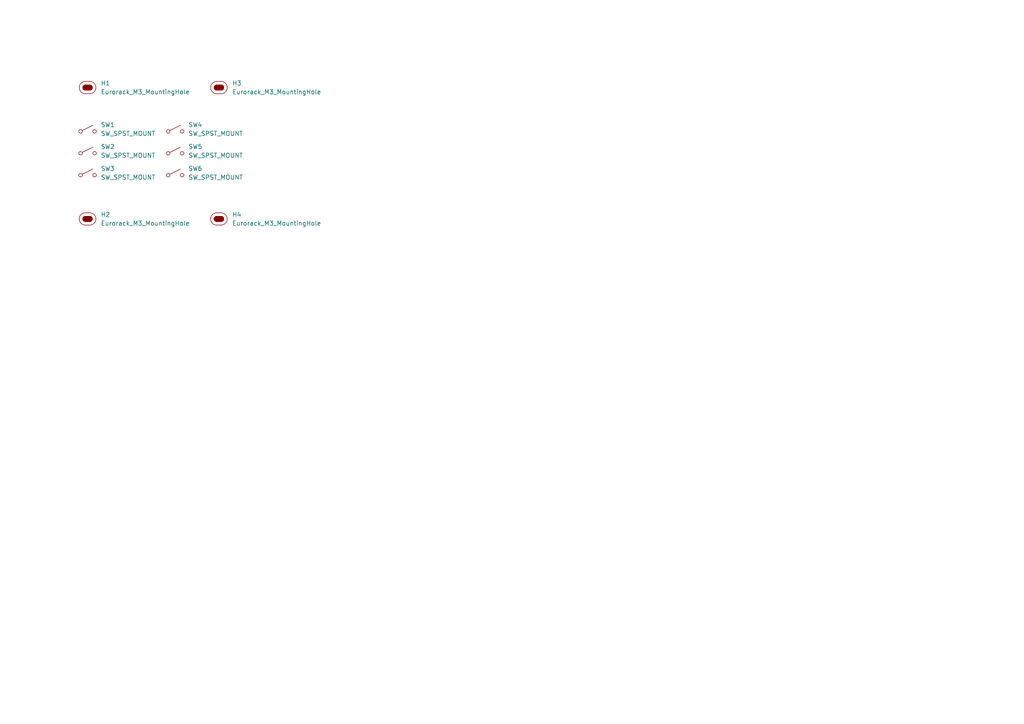
<source format=kicad_sch>
(kicad_sch (version 20250114) (generator "eeschema") (generator_version "9.0")
  (paper "A4")
  (lib_symbols
    (symbol "EXC:Eurorack_M3_MountingHole" (pin_names (offset 1.016))
      (property "Reference" "H" (at 0 5.08 0))
      (property "Value" "Eurorack_M3_MountingHole" (at 0 3.175 0))
      (symbol "Eurorack_M3_MountingHole_0_1"
        (polyline (pts (xy -0.635 0.762) (xy 0.635 0.762)))
        (circle (center -0.635 0) (radius 0.762) (fill (type outline)))
        (arc (start -0.635 -0.762) (mid -1.397 0) (end -0.635 0.762))
        (arc (start -0.635 -1.778) (mid -2.413 0) (end -0.635 1.778))
        (polyline (pts (xy -0.635 -0.762) (xy 0.635 -0.762)))
        (polyline (pts (xy -0.635 -1.778) (xy 0.635 -1.778)))
        (circle (center 0 0) (radius 0.762) (fill (type outline)))
        (polyline (pts (xy 0.635 1.778) (xy -0.635 1.778)))
        (arc (start 0.6141 1.778) (mid 2.4131 0) (end 0.6141 -1.778))
        (arc (start 0.6227 0.762) (mid 1.3971 0) (end 0.6227 -0.762))
        (circle (center 0.635 0) (radius 0.762) (fill (type outline)))
      )
    )
    (symbol "EXC:SW_SPST-Cherry_Panel_Mount" (pin_names (offset 0) (hide yes))
      (property "Reference" "SW" (at 0 3.175 0))
      (property "Value" "SW_SPST_MOUNT" (at 0 -2.032 0))
      (symbol "SW_SPST-Cherry_Panel_Mount_0_0"
        (circle (center -2.032 0) (radius 0.508))
        (polyline (pts (xy -1.524 0.254) (xy 1.524 1.778)))
        (circle (center 2.032 0) (radius 0.508))
      )
    )
  )
  (symbol (lib_id "EXC:SW_SPST-Cherry_Panel_Mount") (at 25.4 50.8 0) (unit 1)
    (property "Reference" "SW3" (at 29.21 48.8949 0) (effects (justify left)))
    (property "Value" "SW_SPST_MOUNT" (at 29.21 51.4349 0) (effects (justify left)))
    (property "Footprint" "EXC:SW_Cherry_MX_1.00u_Mount" (effects (hide yes)))
    (property "Datasheet" "https://hirosarts.com/blog/keycap-dimensions-guide-for-beginners/" (effects (hide yes)))
    (property "Description" "Single Pole Single Throw (SPST) panel-mount switch" (effects (hide yes)))
    (property "Source" "https://www.adafruit.com/product/4954" (effects (hide yes)))
  )
  (symbol (lib_id "EXC:Eurorack_M3_MountingHole") (at 63.5 25.4 0) (unit 1)
    (property "Reference" "H3" (at 67.31 24.1299 0) (effects (justify left)))
    (property "Value" "Eurorack_M3_MountingHole" (at 67.31 26.6699 0) (effects (justify left)))
    (property "Footprint" "EXC:MountingHole_3.2mm_M3" (effects (hide yes)))
    (property "Description" "Mounting Hole without connection" (effects (hide yes)))
  )
  (symbol (lib_id "EXC:Eurorack_M3_MountingHole") (at 63.5 63.5 0) (unit 1)
    (property "Reference" "H4" (at 67.31 62.2299 0) (effects (justify left)))
    (property "Value" "Eurorack_M3_MountingHole" (at 67.31 64.7699 0) (effects (justify left)))
    (property "Footprint" "EXC:MountingHole_3.2mm_M3" (effects (hide yes)))
    (property "Description" "Mounting Hole without connection" (effects (hide yes)))
  )
  (symbol (lib_id "EXC:Eurorack_M3_MountingHole") (at 25.4 25.4 0) (unit 1)
    (property "Reference" "H1" (at 29.21 24.1299 0) (effects (justify left)))
    (property "Value" "Eurorack_M3_MountingHole" (at 29.21 26.6699 0) (effects (justify left)))
    (property "Footprint" "EXC:MountingHole_3.2mm_M3" (effects (hide yes)))
    (property "Description" "Mounting Hole without connection" (effects (hide yes)))
  )
  (symbol (lib_id "EXC:SW_SPST-Cherry_Panel_Mount") (at 50.8 50.8 0) (unit 1)
    (property "Reference" "SW6" (at 54.61 48.8949 0) (effects (justify left)))
    (property "Value" "SW_SPST_MOUNT" (at 54.61 51.4349 0) (effects (justify left)))
    (property "Footprint" "EXC:SW_Cherry_MX_1.00u_Mount" (effects (hide yes)))
    (property "Datasheet" "https://hirosarts.com/blog/keycap-dimensions-guide-for-beginners/" (effects (hide yes)))
    (property "Description" "Single Pole Single Throw (SPST) panel-mount switch" (effects (hide yes)))
    (property "Source" "https://www.adafruit.com/product/4954" (effects (hide yes)))
  )
  (symbol (lib_id "EXC:SW_SPST-Cherry_Panel_Mount") (at 50.8 44.45 0) (unit 1)
    (property "Reference" "SW5" (at 54.61 42.5449 0) (effects (justify left)))
    (property "Value" "SW_SPST_MOUNT" (at 54.61 45.0849 0) (effects (justify left)))
    (property "Footprint" "EXC:SW_Cherry_MX_1.00u_Mount" (effects (hide yes)))
    (property "Datasheet" "https://hirosarts.com/blog/keycap-dimensions-guide-for-beginners/" (effects (hide yes)))
    (property "Description" "Single Pole Single Throw (SPST) panel-mount switch" (effects (hide yes)))
    (property "Source" "https://www.adafruit.com/product/4954" (effects (hide yes)))
  )
  (symbol (lib_id "EXC:SW_SPST-Cherry_Panel_Mount") (at 25.4 38.1 0) (unit 1)
    (property "Reference" "SW1" (at 29.21 36.1949 0) (effects (justify left)))
    (property "Value" "SW_SPST_MOUNT" (at 29.21 38.7349 0) (effects (justify left)))
    (property "Footprint" "EXC:SW_Cherry_MX_1.00u_Mount" (effects (hide yes)))
    (property "Datasheet" "https://hirosarts.com/blog/keycap-dimensions-guide-for-beginners/" (effects (hide yes)))
    (property "Description" "Single Pole Single Throw (SPST) panel-mount switch" (effects (hide yes)))
    (property "Source" "https://www.adafruit.com/product/4954" (effects (hide yes)))
  )
  (symbol (lib_id "EXC:SW_SPST-Cherry_Panel_Mount") (at 50.8 38.1 0) (unit 1)
    (property "Reference" "SW4" (at 54.61 36.1949 0) (effects (justify left)))
    (property "Value" "SW_SPST_MOUNT" (at 54.61 38.7349 0) (effects (justify left)))
    (property "Footprint" "EXC:SW_Cherry_MX_1.00u_Mount" (effects (hide yes)))
    (property "Datasheet" "https://hirosarts.com/blog/keycap-dimensions-guide-for-beginners/" (effects (hide yes)))
    (property "Description" "Single Pole Single Throw (SPST) panel-mount switch" (effects (hide yes)))
    (property "Source" "https://www.adafruit.com/product/4954" (effects (hide yes)))
  )
  (symbol (lib_id "EXC:Eurorack_M3_MountingHole") (at 25.4 63.5 0) (unit 1)
    (property "Reference" "H2" (at 29.21 62.2299 0) (effects (justify left)))
    (property "Value" "Eurorack_M3_MountingHole" (at 29.21 64.7699 0) (effects (justify left)))
    (property "Footprint" "EXC:MountingHole_3.2mm_M3" (effects (hide yes)))
    (property "Description" "Mounting Hole without connection" (effects (hide yes)))
  )
  (symbol (lib_id "EXC:SW_SPST-Cherry_Panel_Mount") (at 25.4 44.45 0) (unit 1)
    (property "Reference" "SW2" (at 29.21 42.5449 0) (effects (justify left)))
    (property "Value" "SW_SPST_MOUNT" (at 29.21 45.0849 0) (effects (justify left)))
    (property "Footprint" "EXC:SW_Cherry_MX_1.00u_Mount" (effects (hide yes)))
    (property "Datasheet" "https://hirosarts.com/blog/keycap-dimensions-guide-for-beginners/" (effects (hide yes)))
    (property "Description" "Single Pole Single Throw (SPST) panel-mount switch" (effects (hide yes)))
    (property "Source" "https://www.adafruit.com/product/4954" (effects (hide yes)))
  )
)
</source>
